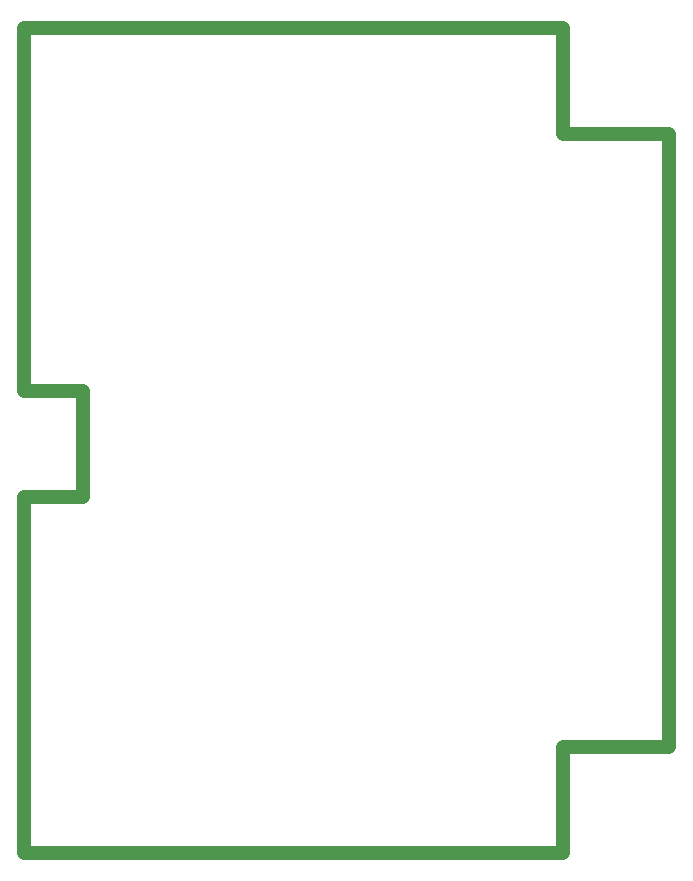
<source format=gko>
%FSLAX23Y23*%
%MOIN*%
%SFA1B1*%

%IPPOS*%
%ADD33C,0.047240*%
%LNshift_relays-1*%
%LPD*%
G54D33*
X1413Y2130D02*
Y3338D01*
X3212*
Y2984D02*
Y3338D01*
Y2984D02*
X3566D01*
Y943D02*
Y2984D01*
X3212Y943D02*
X3566D01*
X3212Y589D02*
Y943D01*
X1413Y589D02*
X3212D01*
X1413D02*
Y1776D01*
X1610*
Y2130*
X1413D02*
X1610D01*
M02*
</source>
